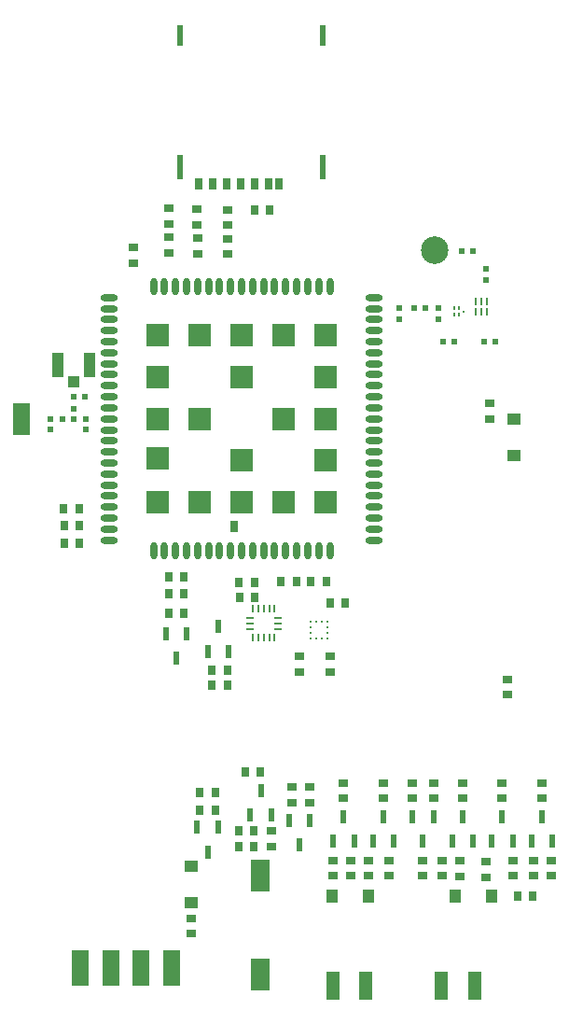
<source format=gbp>
G04*
G04 #@! TF.GenerationSoftware,Altium Limited,Altium Designer,21.2.1 (34)*
G04*
G04 Layer_Color=128*
%FSTAX24Y24*%
%MOIN*%
G70*
G04*
G04 #@! TF.SameCoordinates,4AC015DC-E3C4-4AC6-9BA4-5EE9E9B64A6E*
G04*
G04*
G04 #@! TF.FilePolarity,Positive*
G04*
G01*
G75*
%ADD23R,0.0600X0.1260*%
%ADD25R,0.0354X0.0315*%
%ADD27R,0.0472X0.0984*%
%ADD39R,0.0472X0.0394*%
%ADD40R,0.0335X0.0295*%
%ADD42R,0.0295X0.0335*%
%ADD43R,0.0315X0.0354*%
%ADD44R,0.0236X0.0453*%
%ADD45R,0.0394X0.0472*%
%ADD90R,0.0787X0.0787*%
%ADD94R,0.0108X0.0098*%
%ADD95R,0.0098X0.0108*%
%ADD96R,0.0236X0.0197*%
%ADD97R,0.0591X0.1181*%
%ADD98C,0.0984*%
%ADD99R,0.0394X0.0394*%
%ADD100R,0.0433X0.0866*%
%ADD101R,0.0709X0.1181*%
%ADD102R,0.0098X0.0128*%
%ADD103R,0.0079X0.0128*%
%ADD104R,0.0098X0.0098*%
%ADD107R,0.0315X0.0394*%
%ADD108O,0.0630X0.0236*%
%ADD109O,0.0236X0.0630*%
%ADD110R,0.0787X0.0787*%
%ADD111R,0.0228X0.0748*%
%ADD112R,0.0228X0.0866*%
%ADD113R,0.0256X0.0445*%
%ADD114R,0.0295X0.0445*%
%ADD115R,0.0197X0.0236*%
%ADD116R,0.0091X0.0276*%
%ADD150R,0.0303X0.0106*%
%ADD151R,0.0106X0.0303*%
D23*
X04933Y06723D02*
D03*
X048239D02*
D03*
X047149D02*
D03*
X046058D02*
D03*
D25*
X051326Y093273D02*
D03*
Y092722D02*
D03*
X049221Y092776D02*
D03*
Y093327D02*
D03*
X05499Y078371D02*
D03*
Y07782D02*
D03*
X053909Y078371D02*
D03*
Y07782D02*
D03*
X061334Y076995D02*
D03*
Y077547D02*
D03*
X050256Y092738D02*
D03*
Y093289D02*
D03*
X060694Y087397D02*
D03*
Y086846D02*
D03*
D27*
X056265Y0666D02*
D03*
X055083D02*
D03*
X058974D02*
D03*
X060155D02*
D03*
D39*
X050043Y069565D02*
D03*
Y070865D02*
D03*
X061553Y086844D02*
D03*
Y085543D02*
D03*
D40*
X060551Y070482D02*
D03*
Y071033D02*
D03*
X049221Y094367D02*
D03*
Y093815D02*
D03*
X04796Y092404D02*
D03*
Y092956D02*
D03*
X050043Y068454D02*
D03*
Y069005D02*
D03*
X054268Y07314D02*
D03*
Y073691D02*
D03*
X053628Y07314D02*
D03*
Y073691D02*
D03*
X052892Y072135D02*
D03*
Y071584D02*
D03*
X062251Y071076D02*
D03*
Y070525D02*
D03*
X062894Y071076D02*
D03*
Y070525D02*
D03*
X061528Y071076D02*
D03*
Y070525D02*
D03*
X058985Y071087D02*
D03*
Y070536D02*
D03*
X058293Y070525D02*
D03*
Y071076D02*
D03*
X059619Y07106D02*
D03*
Y070509D02*
D03*
X055093Y071076D02*
D03*
Y070525D02*
D03*
X056375Y071076D02*
D03*
Y070525D02*
D03*
X057933Y073295D02*
D03*
Y073846D02*
D03*
X057107Y071076D02*
D03*
Y070525D02*
D03*
X062554Y073297D02*
D03*
Y073848D02*
D03*
X056886Y073295D02*
D03*
Y073846D02*
D03*
X061134Y073297D02*
D03*
Y073848D02*
D03*
X055479Y073297D02*
D03*
Y073848D02*
D03*
X059713Y073297D02*
D03*
Y073848D02*
D03*
X055718Y070525D02*
D03*
Y071076D02*
D03*
X058689Y073846D02*
D03*
Y073295D02*
D03*
X050242Y093777D02*
D03*
Y094328D02*
D03*
X051324Y093761D02*
D03*
Y094312D02*
D03*
D42*
X049213Y080597D02*
D03*
X049764D02*
D03*
X054862Y081035D02*
D03*
X054311D02*
D03*
X053245D02*
D03*
X053796D02*
D03*
X051319Y077878D02*
D03*
X050768D02*
D03*
X051319Y077327D02*
D03*
X050768D02*
D03*
X049213Y0812D02*
D03*
X049764D02*
D03*
X051719Y071584D02*
D03*
X05227D02*
D03*
X045494Y083039D02*
D03*
X046045D02*
D03*
X045494Y082399D02*
D03*
X046045D02*
D03*
X06224Y069815D02*
D03*
X061689D02*
D03*
X049213Y079895D02*
D03*
X049764D02*
D03*
X050892Y073499D02*
D03*
X050341D02*
D03*
X050892Y072858D02*
D03*
X050341D02*
D03*
D43*
X05499Y080265D02*
D03*
X055541D02*
D03*
X052296Y081001D02*
D03*
X051745D02*
D03*
X0523Y080472D02*
D03*
X051749D02*
D03*
X051947Y074235D02*
D03*
X052498D02*
D03*
X051719Y072135D02*
D03*
X05227D02*
D03*
X052831Y094313D02*
D03*
X05228D02*
D03*
X046018Y083621D02*
D03*
X045467D02*
D03*
D44*
X049114Y079181D02*
D03*
X049862D02*
D03*
X049488Y078296D02*
D03*
X05099Y079438D02*
D03*
X050616Y078552D02*
D03*
X051364D02*
D03*
X053894Y071628D02*
D03*
X054268Y072514D02*
D03*
X05352D02*
D03*
X052518Y073583D02*
D03*
X052144Y072697D02*
D03*
X052892D02*
D03*
X050242Y072273D02*
D03*
X05099D02*
D03*
X050616Y071387D02*
D03*
X060098Y071762D02*
D03*
X05935D02*
D03*
X059724Y072648D02*
D03*
X055846Y071762D02*
D03*
X055098D02*
D03*
X055472Y072648D02*
D03*
X061516Y071762D02*
D03*
X060768D02*
D03*
X061142Y072648D02*
D03*
X062933Y071762D02*
D03*
X062185D02*
D03*
X062559Y072648D02*
D03*
X057264Y071762D02*
D03*
X056516D02*
D03*
X05689Y072648D02*
D03*
X057933Y072648D02*
D03*
X058681D02*
D03*
X058307Y071762D02*
D03*
D45*
X056363Y069815D02*
D03*
X055062D02*
D03*
X059459Y069811D02*
D03*
X06076D02*
D03*
D90*
X048839Y089843D02*
D03*
X050335D02*
D03*
X051831D02*
D03*
X053327D02*
D03*
X054823D02*
D03*
X053327Y083858D02*
D03*
X051831D02*
D03*
X050335D02*
D03*
X048839D02*
D03*
Y085433D02*
D03*
D94*
X054286Y079392D02*
D03*
Y079195D02*
D03*
X054887D02*
D03*
Y079392D02*
D03*
D95*
X054291Y078993D02*
D03*
X054488D02*
D03*
X054685D02*
D03*
X054882D02*
D03*
Y079593D02*
D03*
X054685D02*
D03*
X054488D02*
D03*
X054291D02*
D03*
D96*
X059432Y089602D02*
D03*
X059038D02*
D03*
X060503Y089602D02*
D03*
X060896D02*
D03*
X058008Y090797D02*
D03*
X058402D02*
D03*
X0601Y092837D02*
D03*
X059706D02*
D03*
X046221Y08764D02*
D03*
X045828D02*
D03*
X045433Y08685D02*
D03*
X045827D02*
D03*
D97*
X043976Y08685D02*
D03*
D98*
X05874Y092864D02*
D03*
D99*
X045827Y088186D02*
D03*
D100*
X045256Y088776D02*
D03*
X046398D02*
D03*
D101*
X052512Y066993D02*
D03*
Y070536D02*
D03*
D102*
X059432Y090788D02*
D03*
Y090562D02*
D03*
D103*
X059599Y090788D02*
D03*
Y090562D02*
D03*
D104*
X059767Y090675D02*
D03*
D107*
X051555Y082992D02*
D03*
D108*
X047106Y083303D02*
D03*
Y08291D02*
D03*
Y082516D02*
D03*
X056555Y089996D02*
D03*
Y089602D02*
D03*
Y089209D02*
D03*
Y088815D02*
D03*
Y088421D02*
D03*
Y088028D02*
D03*
Y087634D02*
D03*
Y08724D02*
D03*
Y086846D02*
D03*
Y086453D02*
D03*
Y086059D02*
D03*
Y085665D02*
D03*
Y085272D02*
D03*
Y084878D02*
D03*
Y084484D02*
D03*
Y084091D02*
D03*
Y083697D02*
D03*
X047106D02*
D03*
Y084091D02*
D03*
Y084484D02*
D03*
Y084878D02*
D03*
Y085272D02*
D03*
Y085665D02*
D03*
Y086059D02*
D03*
Y086453D02*
D03*
Y086846D02*
D03*
Y08724D02*
D03*
Y087634D02*
D03*
Y088028D02*
D03*
Y088421D02*
D03*
Y088815D02*
D03*
Y089209D02*
D03*
Y089602D02*
D03*
Y089996D02*
D03*
X056555Y09039D02*
D03*
X056555Y090787D02*
D03*
Y091181D02*
D03*
Y082516D02*
D03*
Y082909D02*
D03*
Y083303D02*
D03*
X047106Y091181D02*
D03*
Y090787D02*
D03*
Y090394D02*
D03*
D109*
X048681Y091571D02*
D03*
X049075D02*
D03*
X049468D02*
D03*
X049862D02*
D03*
X050256D02*
D03*
X05065D02*
D03*
X051043D02*
D03*
X051437D02*
D03*
X051831D02*
D03*
X052224D02*
D03*
X052618D02*
D03*
X053012D02*
D03*
X053405D02*
D03*
X053799D02*
D03*
X054193D02*
D03*
X054587D02*
D03*
X05498D02*
D03*
Y082122D02*
D03*
X054587D02*
D03*
X054193D02*
D03*
X053799D02*
D03*
X053405D02*
D03*
X053012D02*
D03*
X052618D02*
D03*
X052224D02*
D03*
X051831D02*
D03*
X051437D02*
D03*
X051043D02*
D03*
X05065D02*
D03*
X050256D02*
D03*
X049862D02*
D03*
X049468D02*
D03*
X049075D02*
D03*
X048681D02*
D03*
D110*
X054823Y088347D02*
D03*
Y086851D02*
D03*
Y085355D02*
D03*
Y083858D02*
D03*
X053327Y086851D02*
D03*
X051831Y088347D02*
D03*
X048839D02*
D03*
Y086851D02*
D03*
X051831Y085355D02*
D03*
X050335Y086851D02*
D03*
D111*
X049622Y100551D02*
D03*
X05474D02*
D03*
D112*
Y095827D02*
D03*
X049622D02*
D03*
D113*
X053157Y095242D02*
D03*
D114*
X050283D02*
D03*
X052783D02*
D03*
X052283D02*
D03*
X051783D02*
D03*
X051283D02*
D03*
X050783D02*
D03*
D115*
X060568Y0918D02*
D03*
Y092193D02*
D03*
X058875Y0904D02*
D03*
Y090794D02*
D03*
X04626Y086457D02*
D03*
Y08685D02*
D03*
X057478Y090794D02*
D03*
Y0904D02*
D03*
X045827Y086824D02*
D03*
Y087217D02*
D03*
X045Y08685D02*
D03*
Y086457D02*
D03*
D116*
X060189Y09067D02*
D03*
X060386D02*
D03*
X060583D02*
D03*
Y091036D02*
D03*
X060386D02*
D03*
X060189D02*
D03*
D150*
X052116Y079546D02*
D03*
Y079349D02*
D03*
Y079743D02*
D03*
X05312Y079546D02*
D03*
Y079743D02*
D03*
Y079349D02*
D03*
D151*
X052224Y079034D02*
D03*
X052421D02*
D03*
X052618D02*
D03*
X052815D02*
D03*
X053012D02*
D03*
X052618Y080058D02*
D03*
X052421D02*
D03*
X052224D02*
D03*
X052815D02*
D03*
X053012D02*
D03*
M02*

</source>
